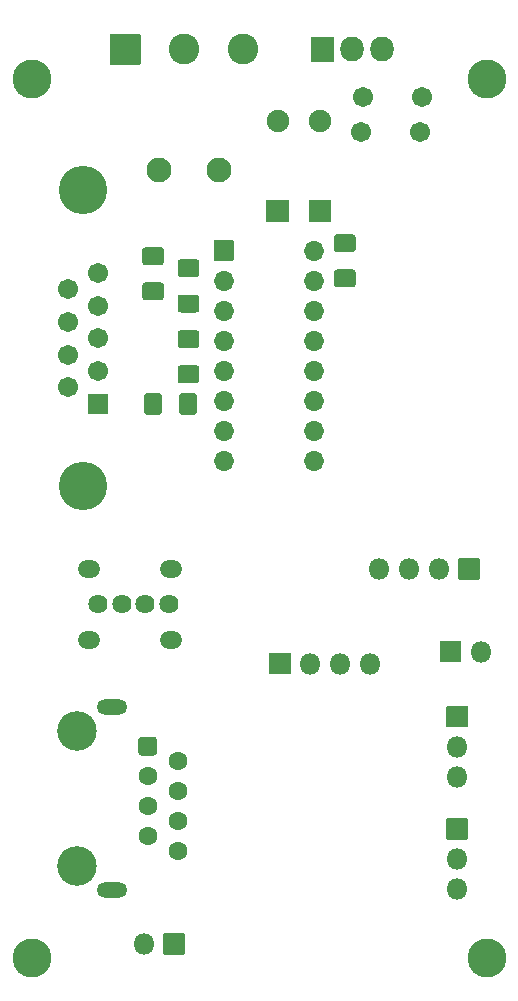
<source format=gts>
G04 #@! TF.GenerationSoftware,KiCad,Pcbnew,5.1.9*
G04 #@! TF.CreationDate,2021-01-14T22:06:05+01:00*
G04 #@! TF.ProjectId,bluetoothkiste,626c7565-746f-46f7-9468-6b697374652e,rev?*
G04 #@! TF.SameCoordinates,Original*
G04 #@! TF.FileFunction,Soldermask,Top*
G04 #@! TF.FilePolarity,Negative*
%FSLAX46Y46*%
G04 Gerber Fmt 4.6, Leading zero omitted, Abs format (unit mm)*
G04 Created by KiCad (PCBNEW 5.1.9) date 2021-01-14 22:06:05*
%MOMM*%
%LPD*%
G01*
G04 APERTURE LIST*
%ADD10O,1.702000X1.702000*%
%ADD11C,2.102000*%
%ADD12C,1.702000*%
%ADD13C,3.302000*%
%ADD14O,2.007000X2.102000*%
%ADD15C,4.102000*%
%ADD16C,3.352000*%
%ADD17C,1.602000*%
%ADD18O,2.602000X1.302000*%
%ADD19C,1.626000*%
%ADD20O,1.902000X1.502000*%
%ADD21O,1.802000X1.802000*%
%ADD22C,2.602000*%
%ADD23O,1.902000X1.902000*%
G04 APERTURE END LIST*
G36*
G01*
X174409000Y-42830000D02*
X174409000Y-41230000D01*
G75*
G02*
X174460000Y-41179000I51000J0D01*
G01*
X176060000Y-41179000D01*
G75*
G02*
X176111000Y-41230000I0J-51000D01*
G01*
X176111000Y-42830000D01*
G75*
G02*
X176060000Y-42881000I-51000J0D01*
G01*
X174460000Y-42881000D01*
G75*
G02*
X174409000Y-42830000I0J51000D01*
G01*
G37*
D10*
X182880000Y-59810000D03*
X175260000Y-44570000D03*
X182880000Y-57270000D03*
X175260000Y-47110000D03*
X182880000Y-54730000D03*
X175260000Y-49650000D03*
X182880000Y-52190000D03*
X175260000Y-52190000D03*
X182880000Y-49650000D03*
X175260000Y-54730000D03*
X182880000Y-47110000D03*
X175260000Y-57270000D03*
X182880000Y-44570000D03*
X175260000Y-59810000D03*
X182880000Y-42030000D03*
G36*
G01*
X171471500Y-55688106D02*
X171471500Y-54371894D01*
G75*
G02*
X171739394Y-54104000I267894J0D01*
G01*
X172730606Y-54104000D01*
G75*
G02*
X172998500Y-54371894I0J-267894D01*
G01*
X172998500Y-55688106D01*
G75*
G02*
X172730606Y-55956000I-267894J0D01*
G01*
X171739394Y-55956000D01*
G75*
G02*
X171471500Y-55688106I0J267894D01*
G01*
G37*
G36*
G01*
X168496500Y-55688106D02*
X168496500Y-54371894D01*
G75*
G02*
X168764394Y-54104000I267894J0D01*
G01*
X169755606Y-54104000D01*
G75*
G02*
X170023500Y-54371894I0J-267894D01*
G01*
X170023500Y-55688106D01*
G75*
G02*
X169755606Y-55956000I-267894J0D01*
G01*
X168764394Y-55956000D01*
G75*
G02*
X168496500Y-55688106I0J267894D01*
G01*
G37*
G36*
G01*
X168601894Y-41749000D02*
X169918106Y-41749000D01*
G75*
G02*
X170186000Y-42016894I0J-267894D01*
G01*
X170186000Y-43008106D01*
G75*
G02*
X169918106Y-43276000I-267894J0D01*
G01*
X168601894Y-43276000D01*
G75*
G02*
X168334000Y-43008106I0J267894D01*
G01*
X168334000Y-42016894D01*
G75*
G02*
X168601894Y-41749000I267894J0D01*
G01*
G37*
G36*
G01*
X168601894Y-44724000D02*
X169918106Y-44724000D01*
G75*
G02*
X170186000Y-44991894I0J-267894D01*
G01*
X170186000Y-45983106D01*
G75*
G02*
X169918106Y-46251000I-267894J0D01*
G01*
X168601894Y-46251000D01*
G75*
G02*
X168334000Y-45983106I0J267894D01*
G01*
X168334000Y-44991894D01*
G75*
G02*
X168601894Y-44724000I267894J0D01*
G01*
G37*
G36*
G01*
X171601894Y-51754000D02*
X172918106Y-51754000D01*
G75*
G02*
X173186000Y-52021894I0J-267894D01*
G01*
X173186000Y-53013106D01*
G75*
G02*
X172918106Y-53281000I-267894J0D01*
G01*
X171601894Y-53281000D01*
G75*
G02*
X171334000Y-53013106I0J267894D01*
G01*
X171334000Y-52021894D01*
G75*
G02*
X171601894Y-51754000I267894J0D01*
G01*
G37*
G36*
G01*
X171601894Y-48779000D02*
X172918106Y-48779000D01*
G75*
G02*
X173186000Y-49046894I0J-267894D01*
G01*
X173186000Y-50038106D01*
G75*
G02*
X172918106Y-50306000I-267894J0D01*
G01*
X171601894Y-50306000D01*
G75*
G02*
X171334000Y-50038106I0J267894D01*
G01*
X171334000Y-49046894D01*
G75*
G02*
X171601894Y-48779000I267894J0D01*
G01*
G37*
G36*
G01*
X171601894Y-42779000D02*
X172918106Y-42779000D01*
G75*
G02*
X173186000Y-43046894I0J-267894D01*
G01*
X173186000Y-44038106D01*
G75*
G02*
X172918106Y-44306000I-267894J0D01*
G01*
X171601894Y-44306000D01*
G75*
G02*
X171334000Y-44038106I0J267894D01*
G01*
X171334000Y-43046894D01*
G75*
G02*
X171601894Y-42779000I267894J0D01*
G01*
G37*
G36*
G01*
X171601894Y-45754000D02*
X172918106Y-45754000D01*
G75*
G02*
X173186000Y-46021894I0J-267894D01*
G01*
X173186000Y-47013106D01*
G75*
G02*
X172918106Y-47281000I-267894J0D01*
G01*
X171601894Y-47281000D01*
G75*
G02*
X171334000Y-47013106I0J267894D01*
G01*
X171334000Y-46021894D01*
G75*
G02*
X171601894Y-45754000I267894J0D01*
G01*
G37*
D11*
X174880000Y-35210000D03*
X169800000Y-35200000D03*
G36*
G01*
X184841894Y-40649000D02*
X186158106Y-40649000D01*
G75*
G02*
X186426000Y-40916894I0J-267894D01*
G01*
X186426000Y-41908106D01*
G75*
G02*
X186158106Y-42176000I-267894J0D01*
G01*
X184841894Y-42176000D01*
G75*
G02*
X184574000Y-41908106I0J267894D01*
G01*
X184574000Y-40916894D01*
G75*
G02*
X184841894Y-40649000I267894J0D01*
G01*
G37*
G36*
G01*
X184841894Y-43624000D02*
X186158106Y-43624000D01*
G75*
G02*
X186426000Y-43891894I0J-267894D01*
G01*
X186426000Y-44883106D01*
G75*
G02*
X186158106Y-45151000I-267894J0D01*
G01*
X184841894Y-45151000D01*
G75*
G02*
X184574000Y-44883106I0J267894D01*
G01*
X184574000Y-43891894D01*
G75*
G02*
X184841894Y-43624000I267894J0D01*
G01*
G37*
D12*
X192000000Y-29000000D03*
X187000000Y-29000000D03*
D13*
X197500000Y-27500000D03*
D12*
X186900000Y-32000000D03*
X191900000Y-32000000D03*
G36*
G01*
X182596500Y-26000000D02*
X182596500Y-24000000D01*
G75*
G02*
X182647500Y-23949000I51000J0D01*
G01*
X184552500Y-23949000D01*
G75*
G02*
X184603500Y-24000000I0J-51000D01*
G01*
X184603500Y-26000000D01*
G75*
G02*
X184552500Y-26051000I-51000J0D01*
G01*
X182647500Y-26051000D01*
G75*
G02*
X182596500Y-26000000I0J51000D01*
G01*
G37*
D14*
X186140000Y-25000000D03*
X188680000Y-25000000D03*
D13*
X197500000Y-101900000D03*
X159000000Y-101900000D03*
X159000000Y-27500000D03*
D15*
X163330000Y-36920000D03*
G36*
G01*
X163800000Y-54149000D02*
X165400000Y-54149000D01*
G75*
G02*
X165451000Y-54200000I0J-51000D01*
G01*
X165451000Y-55800000D01*
G75*
G02*
X165400000Y-55851000I-51000J0D01*
G01*
X163800000Y-55851000D01*
G75*
G02*
X163749000Y-55800000I0J51000D01*
G01*
X163749000Y-54200000D01*
G75*
G02*
X163800000Y-54149000I51000J0D01*
G01*
G37*
D12*
X164600000Y-52230000D03*
X164600000Y-49460000D03*
X164600000Y-46690000D03*
X164600000Y-43920000D03*
X162060000Y-53615000D03*
X162060000Y-50845000D03*
X162060000Y-48075000D03*
X162060000Y-45305000D03*
D15*
X163330000Y-62000000D03*
D16*
X162800000Y-94155000D03*
X162800000Y-82725000D03*
G36*
G01*
X168266534Y-83199000D02*
X169333466Y-83199000D01*
G75*
G02*
X169601000Y-83466534I0J-267534D01*
G01*
X169601000Y-84533466D01*
G75*
G02*
X169333466Y-84801000I-267534J0D01*
G01*
X168266534Y-84801000D01*
G75*
G02*
X167999000Y-84533466I0J267534D01*
G01*
X167999000Y-83466534D01*
G75*
G02*
X168266534Y-83199000I267534J0D01*
G01*
G37*
D17*
X171340000Y-85260000D03*
X168800000Y-86540000D03*
X171340000Y-87800000D03*
X168800000Y-89080000D03*
X171340000Y-90340000D03*
X168800000Y-91620000D03*
D18*
X165800000Y-80695000D03*
D17*
X171340000Y-92880000D03*
D18*
X165800000Y-96185000D03*
D19*
X164600000Y-72000000D03*
X166600000Y-72000000D03*
X168600000Y-72000000D03*
X170600000Y-72000000D03*
D20*
X170800000Y-69000000D03*
X170800000Y-75000000D03*
X163800000Y-69000000D03*
X163800000Y-75000000D03*
G36*
G01*
X170190000Y-99849000D02*
X171890000Y-99849000D01*
G75*
G02*
X171941000Y-99900000I0J-51000D01*
G01*
X171941000Y-101600000D01*
G75*
G02*
X171890000Y-101651000I-51000J0D01*
G01*
X170190000Y-101651000D01*
G75*
G02*
X170139000Y-101600000I0J51000D01*
G01*
X170139000Y-99900000D01*
G75*
G02*
X170190000Y-99849000I51000J0D01*
G01*
G37*
D21*
X168500000Y-100750000D03*
G36*
G01*
X165599000Y-26250000D02*
X165599000Y-23750000D01*
G75*
G02*
X165650000Y-23699000I51000J0D01*
G01*
X168150000Y-23699000D01*
G75*
G02*
X168201000Y-23750000I0J-51000D01*
G01*
X168201000Y-26250000D01*
G75*
G02*
X168150000Y-26301000I-51000J0D01*
G01*
X165650000Y-26301000D01*
G75*
G02*
X165599000Y-26250000I0J51000D01*
G01*
G37*
D22*
X171900000Y-25000000D03*
X176900000Y-25000000D03*
G36*
G01*
X184300000Y-39651000D02*
X182500000Y-39651000D01*
G75*
G02*
X182449000Y-39600000I0J51000D01*
G01*
X182449000Y-37800000D01*
G75*
G02*
X182500000Y-37749000I51000J0D01*
G01*
X184300000Y-37749000D01*
G75*
G02*
X184351000Y-37800000I0J-51000D01*
G01*
X184351000Y-39600000D01*
G75*
G02*
X184300000Y-39651000I-51000J0D01*
G01*
G37*
D23*
X183400000Y-31080000D03*
X179800000Y-31080000D03*
G36*
G01*
X180700000Y-39651000D02*
X178900000Y-39651000D01*
G75*
G02*
X178849000Y-39600000I0J51000D01*
G01*
X178849000Y-37800000D01*
G75*
G02*
X178900000Y-37749000I51000J0D01*
G01*
X180700000Y-37749000D01*
G75*
G02*
X180751000Y-37800000I0J-51000D01*
G01*
X180751000Y-39600000D01*
G75*
G02*
X180700000Y-39651000I-51000J0D01*
G01*
G37*
D21*
X188380000Y-69000000D03*
X190920000Y-69000000D03*
X193460000Y-69000000D03*
G36*
G01*
X195150000Y-68099000D02*
X196850000Y-68099000D01*
G75*
G02*
X196901000Y-68150000I0J-51000D01*
G01*
X196901000Y-69850000D01*
G75*
G02*
X196850000Y-69901000I-51000J0D01*
G01*
X195150000Y-69901000D01*
G75*
G02*
X195099000Y-69850000I0J51000D01*
G01*
X195099000Y-68150000D01*
G75*
G02*
X195150000Y-68099000I51000J0D01*
G01*
G37*
G36*
G01*
X180850000Y-77901000D02*
X179150000Y-77901000D01*
G75*
G02*
X179099000Y-77850000I0J51000D01*
G01*
X179099000Y-76150000D01*
G75*
G02*
X179150000Y-76099000I51000J0D01*
G01*
X180850000Y-76099000D01*
G75*
G02*
X180901000Y-76150000I0J-51000D01*
G01*
X180901000Y-77850000D01*
G75*
G02*
X180850000Y-77901000I-51000J0D01*
G01*
G37*
X182540000Y-77000000D03*
X185080000Y-77000000D03*
X187620000Y-77000000D03*
X195000000Y-96080000D03*
X195000000Y-93540000D03*
G36*
G01*
X194099000Y-91850000D02*
X194099000Y-90150000D01*
G75*
G02*
X194150000Y-90099000I51000J0D01*
G01*
X195850000Y-90099000D01*
G75*
G02*
X195901000Y-90150000I0J-51000D01*
G01*
X195901000Y-91850000D01*
G75*
G02*
X195850000Y-91901000I-51000J0D01*
G01*
X194150000Y-91901000D01*
G75*
G02*
X194099000Y-91850000I0J51000D01*
G01*
G37*
G36*
G01*
X194099000Y-82350000D02*
X194099000Y-80650000D01*
G75*
G02*
X194150000Y-80599000I51000J0D01*
G01*
X195850000Y-80599000D01*
G75*
G02*
X195901000Y-80650000I0J-51000D01*
G01*
X195901000Y-82350000D01*
G75*
G02*
X195850000Y-82401000I-51000J0D01*
G01*
X194150000Y-82401000D01*
G75*
G02*
X194099000Y-82350000I0J51000D01*
G01*
G37*
X195000000Y-84040000D03*
X195000000Y-86580000D03*
G36*
G01*
X195310000Y-76901000D02*
X193610000Y-76901000D01*
G75*
G02*
X193559000Y-76850000I0J51000D01*
G01*
X193559000Y-75150000D01*
G75*
G02*
X193610000Y-75099000I51000J0D01*
G01*
X195310000Y-75099000D01*
G75*
G02*
X195361000Y-75150000I0J-51000D01*
G01*
X195361000Y-76850000D01*
G75*
G02*
X195310000Y-76901000I-51000J0D01*
G01*
G37*
X197000000Y-76000000D03*
M02*

</source>
